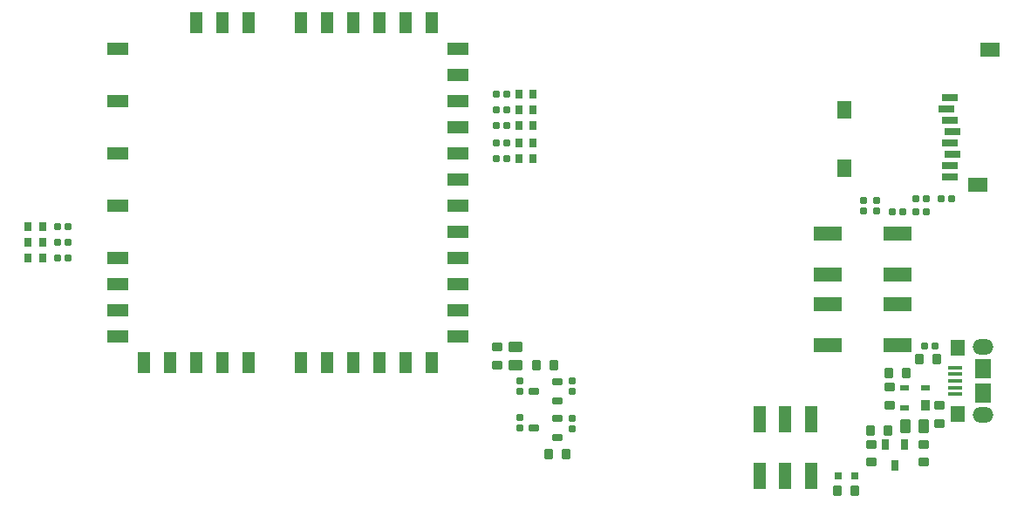
<source format=gtp>
G04 Layer_Color=8421504*
%FSLAX25Y25*%
%MOIN*%
G70*
G01*
G75*
G04:AMPARAMS|DCode=12|XSize=39.37mil|YSize=35.43mil|CornerRadius=4.43mil|HoleSize=0mil|Usage=FLASHONLY|Rotation=270.000|XOffset=0mil|YOffset=0mil|HoleType=Round|Shape=RoundedRectangle|*
%AMROUNDEDRECTD12*
21,1,0.03937,0.02658,0,0,270.0*
21,1,0.03051,0.03543,0,0,270.0*
1,1,0.00886,-0.01329,-0.01526*
1,1,0.00886,-0.01329,0.01526*
1,1,0.00886,0.01329,0.01526*
1,1,0.00886,0.01329,-0.01526*
%
%ADD12ROUNDEDRECTD12*%
G04:AMPARAMS|DCode=14|XSize=55.12mil|YSize=39.37mil|CornerRadius=4.92mil|HoleSize=0mil|Usage=FLASHONLY|Rotation=0.000|XOffset=0mil|YOffset=0mil|HoleType=Round|Shape=RoundedRectangle|*
%AMROUNDEDRECTD14*
21,1,0.05512,0.02953,0,0,0.0*
21,1,0.04528,0.03937,0,0,0.0*
1,1,0.00984,0.02264,-0.01476*
1,1,0.00984,-0.02264,-0.01476*
1,1,0.00984,-0.02264,0.01476*
1,1,0.00984,0.02264,0.01476*
%
%ADD14ROUNDEDRECTD14*%
%ADD15R,0.10827X0.05512*%
%ADD16R,0.05512X0.06299*%
%ADD17R,0.06102X0.07480*%
%ADD18R,0.05315X0.01575*%
%ADD19R,0.03000X0.04000*%
G04:AMPARAMS|DCode=20|XSize=39.37mil|YSize=35.43mil|CornerRadius=4.43mil|HoleSize=0mil|Usage=FLASHONLY|Rotation=0.000|XOffset=0mil|YOffset=0mil|HoleType=Round|Shape=RoundedRectangle|*
%AMROUNDEDRECTD20*
21,1,0.03937,0.02658,0,0,0.0*
21,1,0.03051,0.03543,0,0,0.0*
1,1,0.00886,0.01526,-0.01329*
1,1,0.00886,-0.01526,-0.01329*
1,1,0.00886,-0.01526,0.01329*
1,1,0.00886,0.01526,0.01329*
%
%ADD20ROUNDEDRECTD20*%
G04:AMPARAMS|DCode=21|XSize=23.62mil|YSize=23.62mil|CornerRadius=2.36mil|HoleSize=0mil|Usage=FLASHONLY|Rotation=90.000|XOffset=0mil|YOffset=0mil|HoleType=Round|Shape=RoundedRectangle|*
%AMROUNDEDRECTD21*
21,1,0.02362,0.01890,0,0,90.0*
21,1,0.01890,0.02362,0,0,90.0*
1,1,0.00472,0.00945,0.00945*
1,1,0.00472,0.00945,-0.00945*
1,1,0.00472,-0.00945,-0.00945*
1,1,0.00472,-0.00945,0.00945*
%
%ADD21ROUNDEDRECTD21*%
%ADD22R,0.03347X0.02362*%
%ADD23R,0.03347X0.03937*%
G04:AMPARAMS|DCode=24|XSize=55.12mil|YSize=39.37mil|CornerRadius=4.92mil|HoleSize=0mil|Usage=FLASHONLY|Rotation=90.000|XOffset=0mil|YOffset=0mil|HoleType=Round|Shape=RoundedRectangle|*
%AMROUNDEDRECTD24*
21,1,0.05512,0.02953,0,0,90.0*
21,1,0.04528,0.03937,0,0,90.0*
1,1,0.00984,0.01476,0.02264*
1,1,0.00984,0.01476,-0.02264*
1,1,0.00984,-0.01476,-0.02264*
1,1,0.00984,-0.01476,0.02264*
%
%ADD24ROUNDEDRECTD24*%
%ADD25R,0.05906X0.03150*%
%ADD26R,0.07480X0.05512*%
%ADD27R,0.05512X0.07087*%
%ADD28R,0.03000X0.03200*%
%ADD29R,0.04724X0.09843*%
%ADD30R,0.03150X0.03150*%
G04:AMPARAMS|DCode=31|XSize=23.62mil|YSize=39.37mil|CornerRadius=2.95mil|HoleSize=0mil|Usage=FLASHONLY|Rotation=90.000|XOffset=0mil|YOffset=0mil|HoleType=Round|Shape=RoundedRectangle|*
%AMROUNDEDRECTD31*
21,1,0.02362,0.03347,0,0,90.0*
21,1,0.01772,0.03937,0,0,90.0*
1,1,0.00591,0.01673,0.00886*
1,1,0.00591,0.01673,-0.00886*
1,1,0.00591,-0.01673,-0.00886*
1,1,0.00591,-0.01673,0.00886*
%
%ADD31ROUNDEDRECTD31*%
G04:AMPARAMS|DCode=32|XSize=23.62mil|YSize=23.62mil|CornerRadius=2.36mil|HoleSize=0mil|Usage=FLASHONLY|Rotation=0.000|XOffset=0mil|YOffset=0mil|HoleType=Round|Shape=RoundedRectangle|*
%AMROUNDEDRECTD32*
21,1,0.02362,0.01890,0,0,0.0*
21,1,0.01890,0.02362,0,0,0.0*
1,1,0.00472,0.00945,-0.00945*
1,1,0.00472,-0.00945,-0.00945*
1,1,0.00472,-0.00945,0.00945*
1,1,0.00472,0.00945,0.00945*
%
%ADD32ROUNDEDRECTD32*%
%ADD68O,0.07874X0.05906*%
%ADD69R,0.05000X0.08000*%
%ADD70R,0.08000X0.05000*%
D12*
X216653Y34500D02*
D03*
X223346D02*
D03*
X211807Y68500D02*
D03*
X218500D02*
D03*
X346193Y43500D02*
D03*
X339500D02*
D03*
X358374Y70976D02*
D03*
X365067D02*
D03*
X353346Y65500D02*
D03*
X327000Y20500D02*
D03*
X333693D02*
D03*
X346654Y65500D02*
D03*
D14*
X204043Y75543D02*
D03*
Y68457D02*
D03*
D15*
X323213Y76126D02*
D03*
Y91874D02*
D03*
X349787Y76126D02*
D03*
Y91874D02*
D03*
X349787Y118874D02*
D03*
Y103126D02*
D03*
X323213Y118874D02*
D03*
Y103126D02*
D03*
D16*
X372886Y49902D02*
D03*
Y75098D02*
D03*
D17*
X382531Y67225D02*
D03*
Y57775D02*
D03*
D18*
X372000Y67618D02*
D03*
Y65059D02*
D03*
Y57382D02*
D03*
Y59941D02*
D03*
Y62500D02*
D03*
D19*
X352740Y38268D02*
D03*
X345260D02*
D03*
X349000Y30000D02*
D03*
D20*
X340000Y38193D02*
D03*
Y31500D02*
D03*
X360000Y38193D02*
D03*
Y31500D02*
D03*
X347000Y53307D02*
D03*
X197000Y68654D02*
D03*
Y75346D02*
D03*
X366000Y53000D02*
D03*
Y46307D02*
D03*
X347000Y60000D02*
D03*
D21*
X364189Y75976D02*
D03*
X360252D02*
D03*
X196531Y172000D02*
D03*
X200468D02*
D03*
X32937Y109500D02*
D03*
X29000D02*
D03*
X32969Y115500D02*
D03*
X29032D02*
D03*
X32969Y121500D02*
D03*
X29032D02*
D03*
X196531Y166000D02*
D03*
X200468D02*
D03*
X196531Y160000D02*
D03*
X200468D02*
D03*
X196531Y153500D02*
D03*
X200468D02*
D03*
X200437Y147500D02*
D03*
X196500D02*
D03*
X360968Y132000D02*
D03*
X357031D02*
D03*
X351969Y127000D02*
D03*
X348031D02*
D03*
X366500Y132000D02*
D03*
X370437D02*
D03*
X357063Y127000D02*
D03*
X361000D02*
D03*
D22*
X352465Y59740D02*
D03*
Y52260D02*
D03*
X360535Y59740D02*
D03*
D23*
Y53047D02*
D03*
D24*
X360043Y45000D02*
D03*
X352957D02*
D03*
D25*
X370075Y170830D02*
D03*
X368500Y166500D02*
D03*
X370075Y162169D02*
D03*
X370862Y157838D02*
D03*
X370075Y153507D02*
D03*
X370862Y149177D02*
D03*
X370075Y144846D02*
D03*
Y140515D02*
D03*
D26*
X385232Y189177D02*
D03*
X380705Y137405D02*
D03*
D27*
X329524Y166106D02*
D03*
Y143704D02*
D03*
D28*
X17750Y109500D02*
D03*
X23250D02*
D03*
X17750Y115500D02*
D03*
X23250D02*
D03*
X17750Y121500D02*
D03*
X23250D02*
D03*
X210750Y166000D02*
D03*
X205250D02*
D03*
X210750Y160000D02*
D03*
X205250D02*
D03*
X210750Y172000D02*
D03*
X205250D02*
D03*
X210750Y153500D02*
D03*
X205250D02*
D03*
X210750Y147500D02*
D03*
X205250D02*
D03*
D29*
X297158Y47827D02*
D03*
X316843D02*
D03*
X307000D02*
D03*
Y26173D02*
D03*
X316843D02*
D03*
X297158D02*
D03*
D30*
X327350Y26000D02*
D03*
X333650D02*
D03*
D31*
X220028Y40760D02*
D03*
Y48240D02*
D03*
X210972Y44500D02*
D03*
X220028Y54760D02*
D03*
Y62240D02*
D03*
X210972Y58500D02*
D03*
D32*
X225500Y48000D02*
D03*
Y44063D02*
D03*
Y62468D02*
D03*
Y58531D02*
D03*
X205500Y58563D02*
D03*
Y62500D02*
D03*
Y44532D02*
D03*
Y48469D02*
D03*
X342000Y127532D02*
D03*
Y131468D02*
D03*
X337000Y127500D02*
D03*
Y131437D02*
D03*
D68*
X382531Y75492D02*
D03*
Y49508D02*
D03*
D69*
X122000Y199500D02*
D03*
X132000D02*
D03*
X142000D02*
D03*
X152000D02*
D03*
X162000D02*
D03*
X172000D02*
D03*
Y69500D02*
D03*
X162000D02*
D03*
X152000D02*
D03*
X142000D02*
D03*
X132000D02*
D03*
X122000D02*
D03*
X102000D02*
D03*
X92000D02*
D03*
X82000D02*
D03*
X72000D02*
D03*
X62000D02*
D03*
X102000Y199500D02*
D03*
X92000D02*
D03*
X82000D02*
D03*
D70*
X182000Y189500D02*
D03*
Y179500D02*
D03*
Y169500D02*
D03*
Y159500D02*
D03*
Y149500D02*
D03*
Y139500D02*
D03*
Y129500D02*
D03*
Y119500D02*
D03*
Y109500D02*
D03*
Y99500D02*
D03*
X52000Y189500D02*
D03*
Y169500D02*
D03*
Y149500D02*
D03*
Y129500D02*
D03*
Y109500D02*
D03*
Y99500D02*
D03*
Y89500D02*
D03*
Y79500D02*
D03*
X182000Y89500D02*
D03*
Y79500D02*
D03*
M02*

</source>
